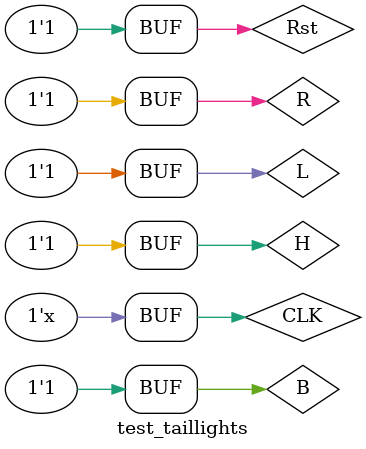
<source format=v>
module test_taillights(); 
reg  L, R, H, B, Rst, CLK;
wire [5:0] y; 
initial begin 
  CLK = 1;
  L = 0; 
  R = 0; 
  H = 0; 
  B = 0;
  Rst = 0;
  
  //brake
  #1000 L = 0;
  #0 R = 0;
  #0 H = 0;
  #0 B = 1;
  //hazard
  #1000 L = 0;
  #0 R = 0;
  #0 H = 1;
  #0 B = 0;
  //brake
  #1000 L = 0;
  #0 R = 0;
  #0 H = 1;
  #0 B = 1;
  //TR
  #1000 L = 0;
  #0 R = 1;
  #0 H = 0;
  #0 B = 0;
  //TR & brake
  #1000 L = 0;
  #0 R = 1;
  #0 H = 0;
  #0 B = 1;
  //hazard
  #1000 L = 0;
  #0 R = 1;
  #0 H = 1;
  #0 B = 0;
  //TR & brake
  #1000 L = 0;
  #0 R = 1;
  #0 H = 1;
  #0 B = 1;
  //TL
  #1000 L = 1;
  #0 R = 0;
  #0 H = 0;
  #0 B = 0;
  //TL & brake
  #1000 L = 1;
  #0 R = 0;
  #0 H = 0;
  #0 B = 1;
  //hazard
  #1000 L = 1;
  #0 R = 0;
  #0 H = 1;
  #0 B = 0;
  //TL & brake
  #1000 L = 1;
  #0 R = 0;
  #0 H = 1;
  #0 B = 1;
  //hazard
  #1000 L = 1;
  #0 R = 1;
  #0 H = 0;
  #0 B = 0;
  //brake
  #1000 L = 1;
  #0 R = 1;
  #0 H = 0;
  #0 B = 1;
  //hazard
  #1000 L = 1;
  #0 R = 1;
  #0 H = 1;
  #0 B = 0;
  //brake
  #1000 L = 1;
  #0 R = 1;
  #0 H = 1;
  #0 B = 1;
  
  //reset
  #1000 Rst = 1;
end 
 
always begin 
#100 CLK = ~CLK; 
end 

/*
always begin
#50 DIMCLK = ~DIMCLK;
end*/
 
lights G1(L, R, H, B, Rst, CLK, y); 
 
endmodule

</source>
